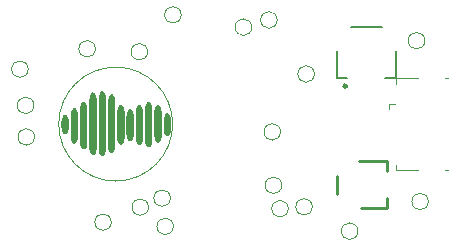
<source format=gbr>
G04 #@! TF.GenerationSoftware,KiCad,Pcbnew,7.0.7*
G04 #@! TF.CreationDate,2024-03-13T12:15:20+01:00*
G04 #@! TF.ProjectId,dictofun,64696374-6f66-4756-9e2e-6b696361645f,rev?*
G04 #@! TF.SameCoordinates,Original*
G04 #@! TF.FileFunction,Legend,Bot*
G04 #@! TF.FilePolarity,Positive*
%FSLAX45Y45*%
G04 Gerber Fmt 4.5, Leading zero omitted, Abs format (unit mm)*
G04 Created by KiCad (PCBNEW 7.0.7) date 2024-03-13 12:15:20*
%MOMM*%
%LPD*%
G01*
G04 APERTURE LIST*
%ADD10C,0.120000*%
%ADD11C,0.127000*%
%ADD12C,0.300000*%
%ADD13C,0.254000*%
G04 APERTURE END LIST*
D10*
X13160220Y-9898460D02*
G75*
G03*
X13160220Y-9898460I-482498J0D01*
G01*
X13166240Y-10764520D02*
G75*
G03*
X13166240Y-10764520I-70000J0D01*
G01*
X14045080Y-9017000D02*
G75*
G03*
X14045080Y-9017000I-70000J0D01*
G01*
X14139060Y-10614660D02*
G75*
G03*
X14139060Y-10614660I-70000J0D01*
G01*
X12955420Y-10601960D02*
G75*
G03*
X12955420Y-10601960I-70000J0D01*
G01*
X14083180Y-10416540D02*
G75*
G03*
X14083180Y-10416540I-70000J0D01*
G01*
X11990220Y-10007600D02*
G75*
G03*
X11990220Y-10007600I-70000J0D01*
G01*
X14360040Y-9474200D02*
G75*
G03*
X14360040Y-9474200I-70000J0D01*
G01*
X12505840Y-9260840D02*
G75*
G03*
X12505840Y-9260840I-70000J0D01*
G01*
X15325240Y-10553700D02*
G75*
G03*
X15325240Y-10553700I-70000J0D01*
G01*
X15294760Y-9192260D02*
G75*
G03*
X15294760Y-9192260I-70000J0D01*
G01*
X13140840Y-10525760D02*
G75*
G03*
X13140840Y-10525760I-70000J0D01*
G01*
X12640460Y-10728960D02*
G75*
G03*
X12640460Y-10728960I-70000J0D01*
G01*
X11985140Y-9740900D02*
G75*
G03*
X11985140Y-9740900I-70000J0D01*
G01*
X12947800Y-9286240D02*
G75*
G03*
X12947800Y-9286240I-70000J0D01*
G01*
X14342260Y-10599420D02*
G75*
G03*
X14342260Y-10599420I-70000J0D01*
G01*
X11936880Y-9433560D02*
G75*
G03*
X11936880Y-9433560I-70000J0D01*
G01*
X13232280Y-8973820D02*
G75*
G03*
X13232280Y-8973820I-70000J0D01*
G01*
X14073020Y-9964420D02*
G75*
G03*
X14073020Y-9964420I-70000J0D01*
G01*
X13829180Y-9077960D02*
G75*
G03*
X13829180Y-9077960I-70000J0D01*
G01*
X14728340Y-10805160D02*
G75*
G03*
X14728340Y-10805160I-70000J0D01*
G01*
X15490000Y-9510000D02*
X15465000Y-9510000D01*
X15235000Y-9510000D02*
X15050000Y-9510000D01*
X15050000Y-9510000D02*
X15050000Y-9555000D01*
X14995000Y-9730000D02*
X15040000Y-9730000D01*
X14995000Y-9730000D02*
X14995000Y-9775000D01*
X15490000Y-10290000D02*
X15465000Y-10290000D01*
X15235000Y-10290000D02*
X15050000Y-10290000D01*
X15050000Y-10290000D02*
X15050000Y-10245000D01*
D11*
X14550000Y-9505000D02*
X14550000Y-9277500D01*
X14638500Y-9505000D02*
X14550000Y-9505000D01*
X14670000Y-9080000D02*
X14930000Y-9080000D01*
X15050000Y-9277500D02*
X15050000Y-9505000D01*
X15050000Y-9505000D02*
X14961500Y-9505000D01*
D12*
X14630000Y-9577500D02*
G75*
G03*
X14630000Y-9577500I-10000J0D01*
G01*
G36*
X12251243Y-9816717D02*
G01*
X12255417Y-9818216D01*
X12259817Y-9820986D01*
X12263931Y-9824733D01*
X12264806Y-9825731D01*
X12268985Y-9831812D01*
X12272755Y-9839507D01*
X12276017Y-9848555D01*
X12278674Y-9858690D01*
X12280628Y-9869650D01*
X12280916Y-9872232D01*
X12281291Y-9877813D01*
X12281544Y-9884696D01*
X12281679Y-9892478D01*
X12281697Y-9900755D01*
X12281603Y-9909126D01*
X12281399Y-9917186D01*
X12281087Y-9924533D01*
X12280672Y-9930763D01*
X12280155Y-9935473D01*
X12279159Y-9941303D01*
X12276770Y-9951397D01*
X12273737Y-9960525D01*
X12270153Y-9968490D01*
X12266114Y-9975096D01*
X12261713Y-9980148D01*
X12257045Y-9983450D01*
X12255922Y-9983957D01*
X12252535Y-9985075D01*
X12249648Y-9985521D01*
X12245736Y-9984943D01*
X12240860Y-9982564D01*
X12236237Y-9978465D01*
X12231946Y-9972773D01*
X12228067Y-9965619D01*
X12224677Y-9957132D01*
X12221858Y-9947441D01*
X12219689Y-9936675D01*
X12219504Y-9935363D01*
X12219068Y-9930678D01*
X12218714Y-9924556D01*
X12218447Y-9917371D01*
X12218267Y-9909498D01*
X12218178Y-9901311D01*
X12218183Y-9893186D01*
X12218284Y-9885495D01*
X12218484Y-9878614D01*
X12218786Y-9872917D01*
X12219192Y-9868779D01*
X12219660Y-9865760D01*
X12221664Y-9856097D01*
X12224314Y-9846855D01*
X12227474Y-9838415D01*
X12231005Y-9831161D01*
X12234770Y-9825476D01*
X12235859Y-9824253D01*
X12239142Y-9821402D01*
X12242922Y-9818924D01*
X12246599Y-9817182D01*
X12249575Y-9816535D01*
X12251243Y-9816717D01*
G37*
G36*
X13118748Y-9803521D02*
G01*
X13123609Y-9805878D01*
X13128204Y-9809909D01*
X13132466Y-9815528D01*
X13136325Y-9822651D01*
X13139715Y-9831189D01*
X13142566Y-9841058D01*
X13144810Y-9852172D01*
X13145113Y-9854814D01*
X13145423Y-9859462D01*
X13145689Y-9865543D01*
X13145907Y-9872776D01*
X13146078Y-9880882D01*
X13146200Y-9889581D01*
X13146271Y-9898592D01*
X13146290Y-9907637D01*
X13146257Y-9916436D01*
X13146169Y-9924708D01*
X13146025Y-9932173D01*
X13145825Y-9938552D01*
X13145566Y-9943566D01*
X13145248Y-9946933D01*
X13144408Y-9952152D01*
X13142147Y-9962406D01*
X13139261Y-9971719D01*
X13135838Y-9979922D01*
X13131966Y-9986846D01*
X13127732Y-9992325D01*
X13123223Y-9996189D01*
X13118528Y-9998270D01*
X13116007Y-9998668D01*
X13114184Y-9998608D01*
X13112881Y-9998372D01*
X13110462Y-9998222D01*
X13109297Y-9997980D01*
X13106406Y-9996312D01*
X13102652Y-9993124D01*
X13098812Y-9988872D01*
X13093996Y-9981289D01*
X13089959Y-9971927D01*
X13086706Y-9960798D01*
X13084240Y-9947910D01*
X13083869Y-9944414D01*
X13083539Y-9939174D01*
X13083261Y-9932568D01*
X13083039Y-9924892D01*
X13082873Y-9916445D01*
X13082765Y-9907524D01*
X13082717Y-9898426D01*
X13082729Y-9889449D01*
X13082805Y-9880891D01*
X13082944Y-9873049D01*
X13083150Y-9866221D01*
X13083423Y-9860704D01*
X13083765Y-9856797D01*
X13083890Y-9855822D01*
X13085662Y-9845556D01*
X13088121Y-9835912D01*
X13091168Y-9827110D01*
X13094702Y-9819373D01*
X13098623Y-9812922D01*
X13102831Y-9807980D01*
X13107227Y-9804768D01*
X13108501Y-9804174D01*
X13113689Y-9802924D01*
X13118748Y-9803521D01*
G37*
G36*
X12331640Y-9761083D02*
G01*
X12335165Y-9762293D01*
X12338656Y-9764733D01*
X12342568Y-9768661D01*
X12345399Y-9772186D01*
X12349483Y-9778970D01*
X12353001Y-9787216D01*
X12356012Y-9797075D01*
X12358577Y-9808698D01*
X12358754Y-9809674D01*
X12359024Y-9811396D01*
X12359262Y-9813321D01*
X12359469Y-9815574D01*
X12359647Y-9818280D01*
X12359799Y-9821565D01*
X12359927Y-9825552D01*
X12360033Y-9830368D01*
X12360118Y-9836137D01*
X12360185Y-9842984D01*
X12360236Y-9851035D01*
X12360273Y-9860414D01*
X12360298Y-9871247D01*
X12360314Y-9883658D01*
X12360322Y-9897774D01*
X12360324Y-9913718D01*
X12360324Y-10009456D01*
X12357774Y-10021179D01*
X12356164Y-10027830D01*
X12353127Y-10037573D01*
X12349599Y-10046060D01*
X12345667Y-10053117D01*
X12341420Y-10058572D01*
X12336945Y-10062251D01*
X12334138Y-10063601D01*
X12328867Y-10064593D01*
X12323551Y-10063797D01*
X12318482Y-10061281D01*
X12313955Y-10057110D01*
X12309941Y-10051347D01*
X12305963Y-10043384D01*
X12302547Y-10033988D01*
X12299786Y-10023408D01*
X12297768Y-10011898D01*
X12297537Y-10009480D01*
X12297284Y-10004942D01*
X12297057Y-9998794D01*
X12296858Y-9991214D01*
X12296685Y-9982381D01*
X12296539Y-9972473D01*
X12296420Y-9961668D01*
X12296327Y-9950143D01*
X12296261Y-9938078D01*
X12296222Y-9925651D01*
X12296209Y-9913039D01*
X12296223Y-9900421D01*
X12296263Y-9887975D01*
X12296330Y-9875878D01*
X12296423Y-9864311D01*
X12296543Y-9853449D01*
X12296689Y-9843473D01*
X12296861Y-9834559D01*
X12297060Y-9826886D01*
X12297284Y-9820632D01*
X12297535Y-9815976D01*
X12297812Y-9813095D01*
X12299524Y-9803470D01*
X12302217Y-9792656D01*
X12305477Y-9783278D01*
X12309257Y-9775418D01*
X12313506Y-9769160D01*
X12318176Y-9764587D01*
X12323218Y-9761783D01*
X12328583Y-9760829D01*
X12331640Y-9761083D01*
G37*
G36*
X12806719Y-9773079D02*
G01*
X12808144Y-9773842D01*
X12812828Y-9777637D01*
X12817222Y-9783169D01*
X12821244Y-9790277D01*
X12824811Y-9798799D01*
X12827842Y-9808575D01*
X12830256Y-9819445D01*
X12830548Y-9821182D01*
X12830857Y-9823478D01*
X12831124Y-9826151D01*
X12831354Y-9829360D01*
X12831552Y-9833260D01*
X12831721Y-9838011D01*
X12831867Y-9843771D01*
X12831995Y-9850695D01*
X12832108Y-9858943D01*
X12832211Y-9868672D01*
X12832310Y-9880039D01*
X12832408Y-9893202D01*
X12832436Y-9897353D01*
X12832524Y-9913299D01*
X12832559Y-9927466D01*
X12832537Y-9939994D01*
X12832452Y-9951026D01*
X12832298Y-9960700D01*
X12832070Y-9969159D01*
X12831762Y-9976541D01*
X12831368Y-9982989D01*
X12830884Y-9988642D01*
X12830303Y-9993641D01*
X12829620Y-9998127D01*
X12828829Y-10002240D01*
X12827925Y-10006121D01*
X12827713Y-10006946D01*
X12824778Y-10016570D01*
X12821334Y-10024922D01*
X12817469Y-10031867D01*
X12813269Y-10037267D01*
X12808824Y-10040987D01*
X12804221Y-10042891D01*
X12799122Y-10043401D01*
X12794662Y-10042540D01*
X12790453Y-10040140D01*
X12786070Y-10036041D01*
X12783709Y-10033128D01*
X12779832Y-10026724D01*
X12776333Y-10018880D01*
X12773328Y-10009918D01*
X12770934Y-10000157D01*
X12769267Y-9989918D01*
X12769081Y-9987548D01*
X12768896Y-9983249D01*
X12768732Y-9977373D01*
X12768589Y-9970116D01*
X12768467Y-9961674D01*
X12768366Y-9952244D01*
X12768286Y-9942021D01*
X12768228Y-9931201D01*
X12768190Y-9919982D01*
X12768175Y-9908558D01*
X12768180Y-9897127D01*
X12768207Y-9885884D01*
X12768256Y-9875025D01*
X12768326Y-9864747D01*
X12768419Y-9855246D01*
X12768532Y-9846718D01*
X12768668Y-9839359D01*
X12768826Y-9833365D01*
X12769006Y-9828932D01*
X12769208Y-9826257D01*
X12770524Y-9817592D01*
X12772826Y-9807269D01*
X12775736Y-9798039D01*
X12779176Y-9790010D01*
X12783071Y-9783289D01*
X12787346Y-9777985D01*
X12791924Y-9774204D01*
X12796729Y-9772054D01*
X12801686Y-9771643D01*
X12806719Y-9773079D01*
G37*
G36*
X13041047Y-9735369D02*
G01*
X13046059Y-9738121D01*
X13050724Y-9742603D01*
X13054981Y-9748706D01*
X13058766Y-9756326D01*
X13062017Y-9765353D01*
X13064673Y-9775683D01*
X13066669Y-9787206D01*
X13066922Y-9790029D01*
X13067161Y-9794707D01*
X13067376Y-9800998D01*
X13067566Y-9808733D01*
X13067732Y-9817742D01*
X13067874Y-9827855D01*
X13067991Y-9838903D01*
X13068084Y-9850714D01*
X13068153Y-9863120D01*
X13068198Y-9875950D01*
X13068219Y-9889035D01*
X13068216Y-9902205D01*
X13068189Y-9915290D01*
X13068139Y-9928119D01*
X13068064Y-9940524D01*
X13067965Y-9952334D01*
X13067843Y-9963380D01*
X13067697Y-9973491D01*
X13067527Y-9982497D01*
X13067334Y-9990230D01*
X13067117Y-9996518D01*
X13066876Y-10001193D01*
X13066612Y-10004083D01*
X13065195Y-10012476D01*
X13062498Y-10023614D01*
X13059098Y-10033375D01*
X13055052Y-10041629D01*
X13050415Y-10048247D01*
X13045245Y-10053099D01*
X13043056Y-10054435D01*
X13038149Y-10055910D01*
X13033050Y-10055615D01*
X13027996Y-10053625D01*
X13023222Y-10050013D01*
X13018964Y-10044853D01*
X13017782Y-10042996D01*
X13013041Y-10033606D01*
X13009249Y-10022555D01*
X13006419Y-10009890D01*
X13004565Y-9995656D01*
X13004483Y-9994600D01*
X13004287Y-9990424D01*
X13004124Y-9984295D01*
X13003994Y-9976216D01*
X13003896Y-9966188D01*
X13003831Y-9954212D01*
X13003799Y-9940289D01*
X13003800Y-9924420D01*
X13003834Y-9906608D01*
X13003900Y-9886852D01*
X13003913Y-9883724D01*
X13003979Y-9867919D01*
X13004046Y-9853925D01*
X13004114Y-9841618D01*
X13004187Y-9830878D01*
X13004266Y-9821583D01*
X13004355Y-9813611D01*
X13004455Y-9806841D01*
X13004569Y-9801151D01*
X13004699Y-9796419D01*
X13004847Y-9792524D01*
X13005017Y-9789345D01*
X13005209Y-9786758D01*
X13005427Y-9784644D01*
X13005674Y-9782880D01*
X13005950Y-9781345D01*
X13007406Y-9774653D01*
X13010296Y-9764191D01*
X13013628Y-9755411D01*
X13017465Y-9748160D01*
X13021872Y-9742284D01*
X13024965Y-9739094D01*
X13028509Y-9736344D01*
X13031987Y-9734883D01*
X13035857Y-9734452D01*
X13041047Y-9735369D01*
G37*
G36*
X12728753Y-9735067D02*
G01*
X12732247Y-9737323D01*
X12736555Y-9741809D01*
X12740578Y-9747906D01*
X12744226Y-9755423D01*
X12747409Y-9764169D01*
X12750037Y-9773954D01*
X12752021Y-9784585D01*
X12752098Y-9785188D01*
X12752361Y-9788542D01*
X12752600Y-9793643D01*
X12752816Y-9800332D01*
X12753008Y-9808446D01*
X12753178Y-9817825D01*
X12753325Y-9828308D01*
X12753449Y-9839735D01*
X12753549Y-9851943D01*
X12753627Y-9864773D01*
X12753681Y-9878063D01*
X12753713Y-9891653D01*
X12753721Y-9905381D01*
X12753706Y-9919086D01*
X12753668Y-9932608D01*
X12753607Y-9945786D01*
X12753524Y-9958458D01*
X12753416Y-9970464D01*
X12753286Y-9981643D01*
X12753133Y-9991834D01*
X12752957Y-10000876D01*
X12752758Y-10008608D01*
X12752535Y-10014869D01*
X12752290Y-10019498D01*
X12752021Y-10022335D01*
X12750619Y-10030269D01*
X12748149Y-10040290D01*
X12745099Y-10049330D01*
X12741560Y-10057197D01*
X12737623Y-10063695D01*
X12733379Y-10068631D01*
X12728916Y-10071812D01*
X12727767Y-10072327D01*
X12722487Y-10073476D01*
X12717156Y-10072750D01*
X12711953Y-10070198D01*
X12707058Y-10065868D01*
X12706890Y-10065679D01*
X12703660Y-10061106D01*
X12700477Y-10054956D01*
X12697471Y-10047582D01*
X12694773Y-10039340D01*
X12692514Y-10030583D01*
X12690822Y-10021668D01*
X12690649Y-10019891D01*
X12690447Y-10016030D01*
X12690263Y-10010499D01*
X12690098Y-10003456D01*
X12689951Y-9995058D01*
X12689823Y-9985463D01*
X12689712Y-9974829D01*
X12689620Y-9963313D01*
X12689546Y-9951072D01*
X12689490Y-9938264D01*
X12689453Y-9925048D01*
X12689433Y-9911579D01*
X12689432Y-9898016D01*
X12689449Y-9884516D01*
X12689484Y-9871237D01*
X12689538Y-9858337D01*
X12689609Y-9845972D01*
X12689699Y-9834301D01*
X12689806Y-9823481D01*
X12689932Y-9813669D01*
X12690076Y-9805023D01*
X12690239Y-9797701D01*
X12690419Y-9791861D01*
X12690617Y-9787658D01*
X12690834Y-9785252D01*
X12691478Y-9781383D01*
X12693879Y-9770259D01*
X12696857Y-9760441D01*
X12700352Y-9752010D01*
X12704303Y-9745047D01*
X12708647Y-9739631D01*
X12713326Y-9735845D01*
X12718277Y-9733769D01*
X12723440Y-9733483D01*
X12728753Y-9735067D01*
G37*
G36*
X12886037Y-9735067D02*
G01*
X12887306Y-9735753D01*
X12891570Y-9739284D01*
X12895647Y-9744481D01*
X12899439Y-9751123D01*
X12902844Y-9758986D01*
X12905762Y-9767851D01*
X12908095Y-9777494D01*
X12909741Y-9787695D01*
X12909825Y-9788610D01*
X12909993Y-9791917D01*
X12910146Y-9796944D01*
X12910284Y-9803529D01*
X12910407Y-9811514D01*
X12910516Y-9820740D01*
X12910609Y-9831045D01*
X12910687Y-9842271D01*
X12910751Y-9854258D01*
X12910800Y-9866846D01*
X12910833Y-9879876D01*
X12910852Y-9893187D01*
X12910856Y-9906621D01*
X12910845Y-9920017D01*
X12910819Y-9933216D01*
X12910779Y-9946058D01*
X12910723Y-9958383D01*
X12910652Y-9970032D01*
X12910567Y-9980845D01*
X12910467Y-9990663D01*
X12910351Y-9999325D01*
X12910221Y-10006672D01*
X12910076Y-10012544D01*
X12909916Y-10016782D01*
X12909741Y-10019225D01*
X12909707Y-10019503D01*
X12908001Y-10029946D01*
X12905600Y-10039745D01*
X12902601Y-10048683D01*
X12899101Y-10056542D01*
X12895197Y-10063104D01*
X12890985Y-10068151D01*
X12886561Y-10071465D01*
X12885577Y-10071941D01*
X12880493Y-10073266D01*
X12875277Y-10073030D01*
X12870595Y-10071242D01*
X12869887Y-10070787D01*
X12865104Y-10066539D01*
X12860717Y-10060572D01*
X12856799Y-10053071D01*
X12853421Y-10044220D01*
X12850655Y-10034204D01*
X12848572Y-10023206D01*
X12847245Y-10011410D01*
X12847080Y-10008419D01*
X12846910Y-10003080D01*
X12846769Y-9995826D01*
X12846657Y-9986678D01*
X12846574Y-9975658D01*
X12846521Y-9962786D01*
X12846497Y-9948083D01*
X12846503Y-9931571D01*
X12846538Y-9913270D01*
X12846604Y-9893202D01*
X12846661Y-9878779D01*
X12846726Y-9863596D01*
X12846792Y-9850151D01*
X12846861Y-9838326D01*
X12846934Y-9828005D01*
X12847014Y-9819072D01*
X12847104Y-9811409D01*
X12847205Y-9804900D01*
X12847319Y-9799429D01*
X12847448Y-9794878D01*
X12847596Y-9791131D01*
X12847763Y-9788071D01*
X12847952Y-9785581D01*
X12848165Y-9783545D01*
X12848404Y-9781846D01*
X12848672Y-9780368D01*
X12850699Y-9771503D01*
X12853807Y-9761224D01*
X12857394Y-9752454D01*
X12861406Y-9745257D01*
X12865792Y-9739696D01*
X12870500Y-9735833D01*
X12875478Y-9733732D01*
X12880674Y-9733456D01*
X12886037Y-9735067D01*
G37*
G36*
X12959376Y-9707441D02*
G01*
X12962568Y-9708540D01*
X12966560Y-9710826D01*
X12967836Y-9711715D01*
X12972316Y-9716122D01*
X12976467Y-9722213D01*
X12980198Y-9729785D01*
X12983421Y-9738636D01*
X12986045Y-9748563D01*
X12987982Y-9759364D01*
X12988020Y-9759671D01*
X12988183Y-9761856D01*
X12988327Y-9765367D01*
X12988452Y-9770254D01*
X12988559Y-9776570D01*
X12988647Y-9784368D01*
X12988717Y-9793700D01*
X12988769Y-9804619D01*
X12988804Y-9817178D01*
X12988822Y-9831427D01*
X12988823Y-9847421D01*
X12988807Y-9865211D01*
X12988774Y-9884850D01*
X12988726Y-9906391D01*
X12988704Y-9915209D01*
X12988660Y-9933839D01*
X12988620Y-9950663D01*
X12988580Y-9965785D01*
X12988536Y-9979306D01*
X12988484Y-9991331D01*
X12988420Y-10001962D01*
X12988341Y-10011302D01*
X12988242Y-10019454D01*
X12988119Y-10026520D01*
X12987968Y-10032604D01*
X12987785Y-10037809D01*
X12987567Y-10042236D01*
X12987309Y-10045990D01*
X12987008Y-10049173D01*
X12986659Y-10051889D01*
X12986258Y-10054239D01*
X12985802Y-10056327D01*
X12985287Y-10058255D01*
X12984708Y-10060127D01*
X12984061Y-10062046D01*
X12983343Y-10064114D01*
X12982550Y-10066434D01*
X12980663Y-10071520D01*
X12977091Y-10079054D01*
X12973072Y-10085357D01*
X12968770Y-10090188D01*
X12964349Y-10093307D01*
X12962112Y-10094223D01*
X12957058Y-10094947D01*
X12952117Y-10093859D01*
X12947366Y-10091059D01*
X12942876Y-10086644D01*
X12938725Y-10080715D01*
X12934986Y-10073370D01*
X12931733Y-10064708D01*
X12929043Y-10054827D01*
X12926988Y-10043827D01*
X12926943Y-10043488D01*
X12926708Y-10040528D01*
X12926491Y-10035786D01*
X12926292Y-10029406D01*
X12926111Y-10021531D01*
X12925948Y-10012305D01*
X12925803Y-10001873D01*
X12925676Y-9990377D01*
X12925568Y-9977961D01*
X12925477Y-9964769D01*
X12925404Y-9950944D01*
X12925350Y-9936631D01*
X12925313Y-9921972D01*
X12925295Y-9907113D01*
X12925295Y-9892195D01*
X12925313Y-9877363D01*
X12925350Y-9862761D01*
X12925404Y-9848533D01*
X12925477Y-9834821D01*
X12925568Y-9821770D01*
X12925677Y-9809523D01*
X12925805Y-9798225D01*
X12925951Y-9788018D01*
X12926115Y-9779046D01*
X12926298Y-9771454D01*
X12926498Y-9765384D01*
X12926718Y-9760980D01*
X12926955Y-9758387D01*
X12928882Y-9748008D01*
X12931666Y-9737655D01*
X12935072Y-9728611D01*
X12939033Y-9721002D01*
X12943484Y-9714951D01*
X12948359Y-9710584D01*
X12953593Y-9708023D01*
X12956349Y-9707391D01*
X12959376Y-9707441D01*
G37*
G36*
X12647194Y-9645480D02*
G01*
X12651015Y-9647209D01*
X12655749Y-9651078D01*
X12660155Y-9656658D01*
X12664164Y-9663818D01*
X12667702Y-9672426D01*
X12670701Y-9682352D01*
X12673089Y-9693464D01*
X12673290Y-9694656D01*
X12673488Y-9696022D01*
X12673669Y-9697558D01*
X12673835Y-9699348D01*
X12673984Y-9701477D01*
X12674119Y-9704030D01*
X12674240Y-9707092D01*
X12674348Y-9710749D01*
X12674443Y-9715084D01*
X12674526Y-9720183D01*
X12674599Y-9726131D01*
X12674661Y-9733013D01*
X12674714Y-9740915D01*
X12674758Y-9749920D01*
X12674795Y-9760114D01*
X12674824Y-9771582D01*
X12674847Y-9784409D01*
X12674864Y-9798680D01*
X12674877Y-9814480D01*
X12674885Y-9831893D01*
X12674890Y-9851006D01*
X12674892Y-9871902D01*
X12674893Y-9894668D01*
X12674892Y-9916202D01*
X12674890Y-9937200D01*
X12674885Y-9956410D01*
X12674877Y-9973916D01*
X12674865Y-9989803D01*
X12674848Y-10004157D01*
X12674826Y-10017062D01*
X12674797Y-10028604D01*
X12674761Y-10038867D01*
X12674717Y-10047937D01*
X12674665Y-10055898D01*
X12674603Y-10062836D01*
X12674531Y-10068835D01*
X12674448Y-10073981D01*
X12674354Y-10078358D01*
X12674247Y-10082052D01*
X12674127Y-10085147D01*
X12673993Y-10087729D01*
X12673844Y-10089883D01*
X12673680Y-10091693D01*
X12673499Y-10093245D01*
X12673302Y-10094624D01*
X12673086Y-10095914D01*
X12672537Y-10098875D01*
X12669981Y-10109774D01*
X12666835Y-10119456D01*
X12663170Y-10127778D01*
X12659059Y-10134594D01*
X12654571Y-10139759D01*
X12649780Y-10143130D01*
X12645539Y-10144523D01*
X12640587Y-10144449D01*
X12635752Y-10142629D01*
X12631115Y-10139179D01*
X12626756Y-10134209D01*
X12622757Y-10127835D01*
X12619198Y-10120168D01*
X12616162Y-10111321D01*
X12613730Y-10101408D01*
X12611982Y-10090541D01*
X12611881Y-10089336D01*
X12611743Y-10086290D01*
X12611616Y-10081692D01*
X12611500Y-10075510D01*
X12611396Y-10067714D01*
X12611302Y-10058273D01*
X12611219Y-10047156D01*
X12611147Y-10034332D01*
X12611085Y-10019770D01*
X12611034Y-10003440D01*
X12610993Y-9985310D01*
X12610961Y-9965350D01*
X12610940Y-9943529D01*
X12610928Y-9919816D01*
X12610925Y-9894179D01*
X12610927Y-9878807D01*
X12610933Y-9856976D01*
X12610944Y-9836964D01*
X12610959Y-9818692D01*
X12610980Y-9802077D01*
X12611007Y-9787040D01*
X12611040Y-9773499D01*
X12611081Y-9761374D01*
X12611129Y-9750583D01*
X12611186Y-9741046D01*
X12611252Y-9732682D01*
X12611327Y-9725410D01*
X12611412Y-9719149D01*
X12611508Y-9713818D01*
X12611615Y-9709337D01*
X12611734Y-9705624D01*
X12611865Y-9702599D01*
X12612009Y-9700181D01*
X12612167Y-9698288D01*
X12612339Y-9696841D01*
X12614309Y-9685997D01*
X12616945Y-9676117D01*
X12620159Y-9667382D01*
X12623873Y-9659907D01*
X12628008Y-9653807D01*
X12632486Y-9649199D01*
X12637229Y-9646199D01*
X12642158Y-9644920D01*
X12647194Y-9645480D01*
G37*
G36*
X12410869Y-9707440D02*
G01*
X12414480Y-9708531D01*
X12416604Y-9709870D01*
X12420780Y-9713837D01*
X12424814Y-9719337D01*
X12428540Y-9726093D01*
X12431797Y-9733829D01*
X12434418Y-9742268D01*
X12434907Y-9744166D01*
X12435477Y-9746456D01*
X12435992Y-9748703D01*
X12436455Y-9751009D01*
X12436869Y-9753472D01*
X12437236Y-9756193D01*
X12437558Y-9759270D01*
X12437838Y-9762805D01*
X12438078Y-9766897D01*
X12438282Y-9771645D01*
X12438450Y-9777150D01*
X12438587Y-9783510D01*
X12438693Y-9790827D01*
X12438773Y-9799199D01*
X12438827Y-9808727D01*
X12438860Y-9819511D01*
X12438872Y-9831649D01*
X12438867Y-9845242D01*
X12438847Y-9860390D01*
X12438815Y-9877193D01*
X12438773Y-9895749D01*
X12438723Y-9916160D01*
X12438720Y-9917490D01*
X12438670Y-9937264D01*
X12438620Y-9955186D01*
X12438571Y-9971353D01*
X12438520Y-9985859D01*
X12438466Y-9998802D01*
X12438408Y-10010277D01*
X12438345Y-10020379D01*
X12438275Y-10029206D01*
X12438197Y-10036852D01*
X12438111Y-10043414D01*
X12438014Y-10048987D01*
X12437906Y-10053669D01*
X12437785Y-10057553D01*
X12437649Y-10060738D01*
X12437499Y-10063317D01*
X12437332Y-10065388D01*
X12437147Y-10067047D01*
X12436943Y-10068388D01*
X12436719Y-10069509D01*
X12434264Y-10079001D01*
X12430972Y-10088660D01*
X12427237Y-10096893D01*
X12423127Y-10103569D01*
X12418712Y-10108558D01*
X12414063Y-10111731D01*
X12409352Y-10113182D01*
X12404159Y-10113033D01*
X12399144Y-10111072D01*
X12394380Y-10107377D01*
X12389943Y-10102023D01*
X12385909Y-10095085D01*
X12382352Y-10086640D01*
X12379348Y-10076762D01*
X12379098Y-10075778D01*
X12378599Y-10073744D01*
X12378147Y-10071723D01*
X12377740Y-10069616D01*
X12377376Y-10067325D01*
X12377053Y-10064751D01*
X12376768Y-10061797D01*
X12376520Y-10058363D01*
X12376306Y-10054352D01*
X12376125Y-10049665D01*
X12375974Y-10044204D01*
X12375851Y-10037871D01*
X12375754Y-10030567D01*
X12375682Y-10022193D01*
X12375632Y-10012653D01*
X12375601Y-10001847D01*
X12375589Y-9989677D01*
X12375592Y-9976044D01*
X12375609Y-9960851D01*
X12375638Y-9943999D01*
X12375676Y-9925390D01*
X12375722Y-9904925D01*
X12375725Y-9903623D01*
X12375769Y-9883628D01*
X12375808Y-9865481D01*
X12375846Y-9849084D01*
X12375885Y-9834338D01*
X12375930Y-9821144D01*
X12375983Y-9809404D01*
X12376049Y-9799018D01*
X12376129Y-9789888D01*
X12376229Y-9781915D01*
X12376350Y-9775000D01*
X12376498Y-9769045D01*
X12376674Y-9763949D01*
X12376882Y-9759615D01*
X12377126Y-9755944D01*
X12377409Y-9752836D01*
X12377734Y-9750193D01*
X12378105Y-9747916D01*
X12378526Y-9745907D01*
X12378999Y-9744065D01*
X12379528Y-9742293D01*
X12380116Y-9740492D01*
X12380767Y-9738563D01*
X12381484Y-9736406D01*
X12384035Y-9729634D01*
X12387585Y-9722457D01*
X12391566Y-9716344D01*
X12395780Y-9711590D01*
X12400034Y-9708489D01*
X12402243Y-9707695D01*
X12406469Y-9707160D01*
X12410869Y-9707440D01*
G37*
G36*
X12489401Y-9630490D02*
G01*
X12494098Y-9632781D01*
X12498642Y-9636638D01*
X12502918Y-9641953D01*
X12506815Y-9648619D01*
X12510217Y-9656530D01*
X12513014Y-9665579D01*
X12513304Y-9666702D01*
X12513801Y-9668610D01*
X12514258Y-9670407D01*
X12514677Y-9672177D01*
X12515060Y-9674002D01*
X12515407Y-9675964D01*
X12515722Y-9678147D01*
X12516006Y-9680632D01*
X12516259Y-9683502D01*
X12516484Y-9686840D01*
X12516683Y-9690729D01*
X12516857Y-9695250D01*
X12517008Y-9700487D01*
X12517137Y-9706521D01*
X12517247Y-9713437D01*
X12517338Y-9721315D01*
X12517412Y-9730239D01*
X12517472Y-9740292D01*
X12517518Y-9751555D01*
X12517553Y-9764111D01*
X12517577Y-9778044D01*
X12517594Y-9793435D01*
X12517603Y-9810367D01*
X12517608Y-9828922D01*
X12517609Y-9849184D01*
X12517609Y-9871234D01*
X12517608Y-9895156D01*
X12517608Y-9917602D01*
X12517606Y-9939571D01*
X12517602Y-9959744D01*
X12517594Y-9978202D01*
X12517584Y-9995028D01*
X12517569Y-10010301D01*
X12517549Y-10024104D01*
X12517523Y-10036518D01*
X12517491Y-10047623D01*
X12517453Y-10057502D01*
X12517406Y-10066235D01*
X12517352Y-10073904D01*
X12517288Y-10080590D01*
X12517215Y-10086375D01*
X12517131Y-10091339D01*
X12517036Y-10095564D01*
X12516930Y-10099132D01*
X12516811Y-10102124D01*
X12516680Y-10104620D01*
X12516534Y-10106703D01*
X12516374Y-10108453D01*
X12516199Y-10109952D01*
X12516009Y-10111281D01*
X12515802Y-10112522D01*
X12513672Y-10122703D01*
X12510749Y-10132820D01*
X12507304Y-10141549D01*
X12503396Y-10148778D01*
X12499087Y-10154398D01*
X12494438Y-10158297D01*
X12489509Y-10160365D01*
X12484629Y-10160682D01*
X12479428Y-10159272D01*
X12474515Y-10156104D01*
X12469955Y-10151276D01*
X12465809Y-10144888D01*
X12462142Y-10137038D01*
X12459015Y-10127825D01*
X12456493Y-10117349D01*
X12454639Y-10105709D01*
X12454617Y-10105506D01*
X12454480Y-10103062D01*
X12454353Y-10098667D01*
X12454236Y-10092324D01*
X12454130Y-10084035D01*
X12454033Y-10073803D01*
X12453947Y-10061630D01*
X12453871Y-10047519D01*
X12453806Y-10031473D01*
X12453750Y-10013494D01*
X12453705Y-9993584D01*
X12453670Y-9971747D01*
X12453645Y-9947984D01*
X12453630Y-9922299D01*
X12453626Y-9894693D01*
X12453626Y-9889867D01*
X12453629Y-9866410D01*
X12453635Y-9844812D01*
X12453644Y-9824994D01*
X12453658Y-9806876D01*
X12453677Y-9790379D01*
X12453702Y-9775424D01*
X12453732Y-9761931D01*
X12453769Y-9749822D01*
X12453813Y-9739016D01*
X12453865Y-9729435D01*
X12453925Y-9721000D01*
X12453994Y-9713630D01*
X12454072Y-9707247D01*
X12454160Y-9701771D01*
X12454258Y-9697124D01*
X12454367Y-9693225D01*
X12454488Y-9689996D01*
X12454621Y-9687356D01*
X12454766Y-9685228D01*
X12454925Y-9683531D01*
X12455097Y-9682187D01*
X12456446Y-9674301D01*
X12459274Y-9662404D01*
X12462801Y-9652290D01*
X12467042Y-9643924D01*
X12472011Y-9637276D01*
X12477723Y-9632313D01*
X12479999Y-9631029D01*
X12484664Y-9629870D01*
X12489401Y-9630490D01*
G37*
G36*
X12567194Y-9620507D02*
G01*
X12572177Y-9622461D01*
X12575075Y-9624524D01*
X12579687Y-9629386D01*
X12583935Y-9635854D01*
X12587688Y-9643717D01*
X12590817Y-9652764D01*
X12590965Y-9653273D01*
X12591553Y-9655272D01*
X12592096Y-9657133D01*
X12592595Y-9658938D01*
X12593053Y-9660766D01*
X12593471Y-9662699D01*
X12593851Y-9664815D01*
X12594195Y-9667197D01*
X12594504Y-9669924D01*
X12594781Y-9673076D01*
X12595027Y-9676735D01*
X12595244Y-9680980D01*
X12595433Y-9685892D01*
X12595598Y-9691552D01*
X12595739Y-9698039D01*
X12595858Y-9705435D01*
X12595957Y-9713820D01*
X12596038Y-9723273D01*
X12596102Y-9733876D01*
X12596153Y-9745709D01*
X12596190Y-9758853D01*
X12596217Y-9773387D01*
X12596234Y-9789393D01*
X12596244Y-9806950D01*
X12596249Y-9826139D01*
X12596250Y-9847041D01*
X12596249Y-9869736D01*
X12596248Y-9894305D01*
X12596245Y-9916600D01*
X12596234Y-9942225D01*
X12596216Y-9965953D01*
X12596189Y-9987814D01*
X12596154Y-10007841D01*
X12596110Y-10026064D01*
X12596058Y-10042514D01*
X12595996Y-10057223D01*
X12595926Y-10070221D01*
X12595847Y-10081541D01*
X12595759Y-10091212D01*
X12595661Y-10099267D01*
X12595554Y-10105736D01*
X12595437Y-10110650D01*
X12595310Y-10114042D01*
X12595173Y-10115941D01*
X12594979Y-10117461D01*
X12593057Y-10128422D01*
X12590357Y-10138609D01*
X12586984Y-10147736D01*
X12583041Y-10155517D01*
X12578631Y-10161664D01*
X12576703Y-10163770D01*
X12573698Y-10166491D01*
X12570803Y-10168161D01*
X12567432Y-10169171D01*
X12567146Y-10169227D01*
X12562809Y-10169276D01*
X12558136Y-10168177D01*
X12554099Y-10166150D01*
X12552543Y-10164845D01*
X12549234Y-10161004D01*
X12545859Y-10155868D01*
X12542649Y-10149844D01*
X12539833Y-10143344D01*
X12537639Y-10136777D01*
X12537477Y-10136199D01*
X12536952Y-10134351D01*
X12536468Y-10132624D01*
X12536022Y-10130939D01*
X12535613Y-10129215D01*
X12535240Y-10127374D01*
X12534901Y-10125335D01*
X12534594Y-10123019D01*
X12534318Y-10120345D01*
X12534071Y-10117234D01*
X12533851Y-10113605D01*
X12533658Y-10109380D01*
X12533488Y-10104479D01*
X12533341Y-10098820D01*
X12533215Y-10092326D01*
X12533109Y-10084915D01*
X12533020Y-10076508D01*
X12532948Y-10067026D01*
X12532890Y-10056388D01*
X12532844Y-10044514D01*
X12532811Y-10031325D01*
X12532786Y-10016741D01*
X12532770Y-10000683D01*
X12532761Y-9983069D01*
X12532756Y-9963821D01*
X12532755Y-9942858D01*
X12532755Y-9920102D01*
X12532755Y-9895471D01*
X12532755Y-9883198D01*
X12532763Y-9856192D01*
X12532778Y-9831112D01*
X12532803Y-9807939D01*
X12532835Y-9786652D01*
X12532877Y-9767232D01*
X12532928Y-9749659D01*
X12532987Y-9733914D01*
X12533055Y-9719978D01*
X12533133Y-9707830D01*
X12533220Y-9697451D01*
X12533316Y-9688822D01*
X12533421Y-9681923D01*
X12533536Y-9676734D01*
X12533660Y-9673236D01*
X12533794Y-9671408D01*
X12535270Y-9662753D01*
X12537730Y-9652812D01*
X12540790Y-9643996D01*
X12544368Y-9636407D01*
X12548384Y-9630150D01*
X12552756Y-9625328D01*
X12557402Y-9622044D01*
X12562242Y-9620403D01*
X12567194Y-9620507D01*
G37*
D13*
X14975000Y-10610000D02*
X14753700Y-10610000D01*
X14975000Y-10610000D02*
X14975000Y-10524500D01*
X14550000Y-10486700D02*
X14550000Y-10337800D01*
X14975000Y-10210000D02*
X14975000Y-10300000D01*
X14975000Y-10210000D02*
X14740300Y-10210000D01*
M02*

</source>
